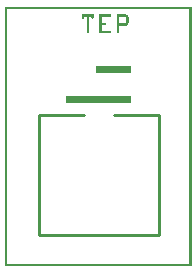
<source format=gto>
G04 MADE WITH FRITZING*
G04 WWW.FRITZING.ORG*
G04 DOUBLE SIDED*
G04 HOLES PLATED*
G04 CONTOUR ON CENTER OF CONTOUR VECTOR*
%ASAXBY*%
%FSLAX23Y23*%
%MOIN*%
%OFA0B0*%
%SFA1.0B1.0*%
%ADD10C,0.010000*%
%ADD11R,0.001000X0.001000*%
%LNSILK1*%
G90*
G70*
G54D10*
X113Y507D02*
X113Y107D01*
D02*
X113Y107D02*
X513Y107D01*
D02*
X513Y107D02*
X513Y507D01*
D02*
X113Y507D02*
X263Y507D01*
D02*
X363Y507D02*
X513Y507D01*
G54D11*
X0Y866D02*
X623Y866D01*
X0Y865D02*
X623Y865D01*
X0Y864D02*
X623Y864D01*
X0Y863D02*
X623Y863D01*
X0Y862D02*
X623Y862D01*
X0Y861D02*
X623Y861D01*
X0Y860D02*
X623Y860D01*
X0Y859D02*
X623Y859D01*
X0Y858D02*
X7Y858D01*
X616Y858D02*
X623Y858D01*
X0Y857D02*
X7Y857D01*
X616Y857D02*
X623Y857D01*
X0Y856D02*
X7Y856D01*
X616Y856D02*
X623Y856D01*
X0Y855D02*
X7Y855D01*
X616Y855D02*
X623Y855D01*
X0Y854D02*
X7Y854D01*
X616Y854D02*
X623Y854D01*
X0Y853D02*
X7Y853D01*
X616Y853D02*
X623Y853D01*
X0Y852D02*
X7Y852D01*
X616Y852D02*
X623Y852D01*
X0Y851D02*
X7Y851D01*
X616Y851D02*
X623Y851D01*
X0Y850D02*
X7Y850D01*
X616Y850D02*
X623Y850D01*
X0Y849D02*
X7Y849D01*
X616Y849D02*
X623Y849D01*
X0Y848D02*
X7Y848D01*
X616Y848D02*
X623Y848D01*
X0Y847D02*
X7Y847D01*
X616Y847D02*
X623Y847D01*
X0Y846D02*
X7Y846D01*
X616Y846D02*
X623Y846D01*
X0Y845D02*
X7Y845D01*
X616Y845D02*
X623Y845D01*
X0Y844D02*
X7Y844D01*
X616Y844D02*
X623Y844D01*
X0Y843D02*
X7Y843D01*
X616Y843D02*
X623Y843D01*
X0Y842D02*
X7Y842D01*
X616Y842D02*
X623Y842D01*
X0Y841D02*
X7Y841D01*
X257Y841D02*
X296Y841D01*
X315Y841D02*
X350Y841D01*
X373Y841D02*
X401Y841D01*
X616Y841D02*
X623Y841D01*
X0Y840D02*
X7Y840D01*
X257Y840D02*
X296Y840D01*
X315Y840D02*
X352Y840D01*
X373Y840D02*
X405Y840D01*
X616Y840D02*
X623Y840D01*
X0Y839D02*
X7Y839D01*
X257Y839D02*
X296Y839D01*
X315Y839D02*
X353Y839D01*
X373Y839D02*
X406Y839D01*
X616Y839D02*
X623Y839D01*
X0Y838D02*
X7Y838D01*
X257Y838D02*
X296Y838D01*
X315Y838D02*
X354Y838D01*
X373Y838D02*
X408Y838D01*
X616Y838D02*
X623Y838D01*
X0Y837D02*
X7Y837D01*
X257Y837D02*
X296Y837D01*
X315Y837D02*
X354Y837D01*
X373Y837D02*
X409Y837D01*
X616Y837D02*
X623Y837D01*
X0Y836D02*
X7Y836D01*
X257Y836D02*
X296Y836D01*
X315Y836D02*
X353Y836D01*
X373Y836D02*
X409Y836D01*
X616Y836D02*
X623Y836D01*
X0Y835D02*
X7Y835D01*
X257Y835D02*
X296Y835D01*
X315Y835D02*
X353Y835D01*
X373Y835D02*
X410Y835D01*
X616Y835D02*
X623Y835D01*
X0Y834D02*
X7Y834D01*
X257Y834D02*
X296Y834D01*
X315Y834D02*
X352Y834D01*
X373Y834D02*
X411Y834D01*
X616Y834D02*
X623Y834D01*
X0Y833D02*
X7Y833D01*
X257Y833D02*
X264Y833D01*
X272Y833D02*
X280Y833D01*
X288Y833D02*
X296Y833D01*
X315Y833D02*
X322Y833D01*
X373Y833D02*
X380Y833D01*
X400Y833D02*
X411Y833D01*
X616Y833D02*
X623Y833D01*
X0Y832D02*
X7Y832D01*
X257Y832D02*
X264Y832D01*
X273Y832D02*
X280Y832D01*
X289Y832D02*
X296Y832D01*
X315Y832D02*
X322Y832D01*
X373Y832D02*
X380Y832D01*
X403Y832D02*
X411Y832D01*
X616Y832D02*
X623Y832D01*
X0Y831D02*
X7Y831D01*
X257Y831D02*
X264Y831D01*
X273Y831D02*
X280Y831D01*
X289Y831D02*
X296Y831D01*
X315Y831D02*
X322Y831D01*
X373Y831D02*
X380Y831D01*
X404Y831D02*
X411Y831D01*
X616Y831D02*
X623Y831D01*
X0Y830D02*
X7Y830D01*
X257Y830D02*
X264Y830D01*
X273Y830D02*
X280Y830D01*
X289Y830D02*
X296Y830D01*
X315Y830D02*
X322Y830D01*
X373Y830D02*
X380Y830D01*
X404Y830D02*
X412Y830D01*
X616Y830D02*
X623Y830D01*
X0Y829D02*
X7Y829D01*
X257Y829D02*
X264Y829D01*
X273Y829D02*
X280Y829D01*
X289Y829D02*
X296Y829D01*
X315Y829D02*
X322Y829D01*
X373Y829D02*
X380Y829D01*
X404Y829D02*
X412Y829D01*
X616Y829D02*
X623Y829D01*
X0Y828D02*
X7Y828D01*
X257Y828D02*
X263Y828D01*
X273Y828D02*
X280Y828D01*
X289Y828D02*
X295Y828D01*
X315Y828D02*
X322Y828D01*
X373Y828D02*
X380Y828D01*
X404Y828D02*
X412Y828D01*
X616Y828D02*
X623Y828D01*
X0Y827D02*
X7Y827D01*
X258Y827D02*
X262Y827D01*
X273Y827D02*
X280Y827D01*
X290Y827D02*
X294Y827D01*
X315Y827D02*
X322Y827D01*
X373Y827D02*
X380Y827D01*
X404Y827D02*
X412Y827D01*
X616Y827D02*
X623Y827D01*
X0Y826D02*
X7Y826D01*
X273Y826D02*
X280Y826D01*
X315Y826D02*
X322Y826D01*
X373Y826D02*
X380Y826D01*
X404Y826D02*
X412Y826D01*
X616Y826D02*
X623Y826D01*
X0Y825D02*
X7Y825D01*
X273Y825D02*
X280Y825D01*
X315Y825D02*
X322Y825D01*
X373Y825D02*
X380Y825D01*
X404Y825D02*
X412Y825D01*
X616Y825D02*
X623Y825D01*
X0Y824D02*
X7Y824D01*
X273Y824D02*
X280Y824D01*
X315Y824D02*
X322Y824D01*
X373Y824D02*
X380Y824D01*
X404Y824D02*
X412Y824D01*
X616Y824D02*
X623Y824D01*
X0Y823D02*
X7Y823D01*
X273Y823D02*
X280Y823D01*
X315Y823D02*
X322Y823D01*
X373Y823D02*
X380Y823D01*
X404Y823D02*
X412Y823D01*
X616Y823D02*
X623Y823D01*
X0Y822D02*
X7Y822D01*
X273Y822D02*
X280Y822D01*
X315Y822D02*
X322Y822D01*
X373Y822D02*
X380Y822D01*
X404Y822D02*
X412Y822D01*
X616Y822D02*
X623Y822D01*
X0Y821D02*
X7Y821D01*
X273Y821D02*
X280Y821D01*
X315Y821D02*
X322Y821D01*
X373Y821D02*
X380Y821D01*
X404Y821D02*
X412Y821D01*
X616Y821D02*
X623Y821D01*
X0Y820D02*
X7Y820D01*
X273Y820D02*
X280Y820D01*
X315Y820D02*
X322Y820D01*
X373Y820D02*
X380Y820D01*
X404Y820D02*
X412Y820D01*
X616Y820D02*
X623Y820D01*
X0Y819D02*
X7Y819D01*
X273Y819D02*
X280Y819D01*
X315Y819D02*
X322Y819D01*
X373Y819D02*
X380Y819D01*
X404Y819D02*
X412Y819D01*
X616Y819D02*
X623Y819D01*
X0Y818D02*
X7Y818D01*
X273Y818D02*
X280Y818D01*
X315Y818D02*
X322Y818D01*
X373Y818D02*
X380Y818D01*
X404Y818D02*
X412Y818D01*
X616Y818D02*
X623Y818D01*
X0Y817D02*
X7Y817D01*
X273Y817D02*
X280Y817D01*
X315Y817D02*
X322Y817D01*
X373Y817D02*
X380Y817D01*
X404Y817D02*
X412Y817D01*
X616Y817D02*
X623Y817D01*
X0Y816D02*
X7Y816D01*
X273Y816D02*
X280Y816D01*
X315Y816D02*
X322Y816D01*
X373Y816D02*
X380Y816D01*
X404Y816D02*
X412Y816D01*
X616Y816D02*
X623Y816D01*
X0Y815D02*
X7Y815D01*
X273Y815D02*
X280Y815D01*
X315Y815D02*
X322Y815D01*
X373Y815D02*
X380Y815D01*
X404Y815D02*
X412Y815D01*
X616Y815D02*
X623Y815D01*
X0Y814D02*
X7Y814D01*
X273Y814D02*
X280Y814D01*
X315Y814D02*
X322Y814D01*
X373Y814D02*
X380Y814D01*
X404Y814D02*
X412Y814D01*
X616Y814D02*
X623Y814D01*
X0Y813D02*
X7Y813D01*
X273Y813D02*
X280Y813D01*
X315Y813D02*
X336Y813D01*
X373Y813D02*
X380Y813D01*
X404Y813D02*
X411Y813D01*
X616Y813D02*
X623Y813D01*
X0Y812D02*
X7Y812D01*
X273Y812D02*
X280Y812D01*
X315Y812D02*
X337Y812D01*
X373Y812D02*
X380Y812D01*
X404Y812D02*
X411Y812D01*
X616Y812D02*
X623Y812D01*
X0Y811D02*
X7Y811D01*
X273Y811D02*
X280Y811D01*
X315Y811D02*
X337Y811D01*
X373Y811D02*
X380Y811D01*
X402Y811D02*
X411Y811D01*
X616Y811D02*
X623Y811D01*
X0Y810D02*
X7Y810D01*
X273Y810D02*
X280Y810D01*
X315Y810D02*
X338Y810D01*
X373Y810D02*
X411Y810D01*
X616Y810D02*
X623Y810D01*
X0Y809D02*
X7Y809D01*
X273Y809D02*
X280Y809D01*
X315Y809D02*
X338Y809D01*
X373Y809D02*
X410Y809D01*
X616Y809D02*
X623Y809D01*
X0Y808D02*
X7Y808D01*
X273Y808D02*
X280Y808D01*
X315Y808D02*
X337Y808D01*
X373Y808D02*
X410Y808D01*
X616Y808D02*
X623Y808D01*
X0Y807D02*
X7Y807D01*
X273Y807D02*
X280Y807D01*
X315Y807D02*
X337Y807D01*
X373Y807D02*
X409Y807D01*
X616Y807D02*
X623Y807D01*
X0Y806D02*
X7Y806D01*
X273Y806D02*
X280Y806D01*
X315Y806D02*
X335Y806D01*
X373Y806D02*
X408Y806D01*
X616Y806D02*
X623Y806D01*
X0Y805D02*
X7Y805D01*
X273Y805D02*
X280Y805D01*
X315Y805D02*
X322Y805D01*
X373Y805D02*
X407Y805D01*
X616Y805D02*
X623Y805D01*
X0Y804D02*
X7Y804D01*
X273Y804D02*
X280Y804D01*
X315Y804D02*
X322Y804D01*
X373Y804D02*
X406Y804D01*
X616Y804D02*
X623Y804D01*
X0Y803D02*
X7Y803D01*
X273Y803D02*
X280Y803D01*
X315Y803D02*
X322Y803D01*
X373Y803D02*
X403Y803D01*
X616Y803D02*
X623Y803D01*
X0Y802D02*
X7Y802D01*
X273Y802D02*
X280Y802D01*
X315Y802D02*
X322Y802D01*
X373Y802D02*
X380Y802D01*
X616Y802D02*
X623Y802D01*
X0Y801D02*
X7Y801D01*
X273Y801D02*
X280Y801D01*
X315Y801D02*
X322Y801D01*
X373Y801D02*
X380Y801D01*
X616Y801D02*
X623Y801D01*
X0Y800D02*
X7Y800D01*
X273Y800D02*
X280Y800D01*
X315Y800D02*
X322Y800D01*
X373Y800D02*
X380Y800D01*
X616Y800D02*
X623Y800D01*
X0Y799D02*
X7Y799D01*
X273Y799D02*
X280Y799D01*
X315Y799D02*
X322Y799D01*
X373Y799D02*
X380Y799D01*
X616Y799D02*
X623Y799D01*
X0Y798D02*
X7Y798D01*
X273Y798D02*
X280Y798D01*
X315Y798D02*
X322Y798D01*
X373Y798D02*
X380Y798D01*
X616Y798D02*
X623Y798D01*
X0Y797D02*
X7Y797D01*
X273Y797D02*
X280Y797D01*
X315Y797D02*
X322Y797D01*
X373Y797D02*
X380Y797D01*
X616Y797D02*
X623Y797D01*
X0Y796D02*
X7Y796D01*
X273Y796D02*
X280Y796D01*
X315Y796D02*
X322Y796D01*
X373Y796D02*
X380Y796D01*
X616Y796D02*
X623Y796D01*
X0Y795D02*
X7Y795D01*
X273Y795D02*
X280Y795D01*
X315Y795D02*
X322Y795D01*
X373Y795D02*
X380Y795D01*
X616Y795D02*
X623Y795D01*
X0Y794D02*
X7Y794D01*
X273Y794D02*
X280Y794D01*
X315Y794D02*
X322Y794D01*
X373Y794D02*
X380Y794D01*
X616Y794D02*
X623Y794D01*
X0Y793D02*
X7Y793D01*
X273Y793D02*
X280Y793D01*
X315Y793D02*
X322Y793D01*
X373Y793D02*
X380Y793D01*
X616Y793D02*
X623Y793D01*
X0Y792D02*
X7Y792D01*
X273Y792D02*
X280Y792D01*
X315Y792D02*
X322Y792D01*
X373Y792D02*
X380Y792D01*
X616Y792D02*
X623Y792D01*
X0Y791D02*
X7Y791D01*
X273Y791D02*
X280Y791D01*
X315Y791D02*
X322Y791D01*
X373Y791D02*
X380Y791D01*
X616Y791D02*
X623Y791D01*
X0Y790D02*
X7Y790D01*
X273Y790D02*
X280Y790D01*
X315Y790D02*
X322Y790D01*
X373Y790D02*
X380Y790D01*
X616Y790D02*
X623Y790D01*
X0Y789D02*
X7Y789D01*
X273Y789D02*
X280Y789D01*
X315Y789D02*
X322Y789D01*
X373Y789D02*
X380Y789D01*
X616Y789D02*
X623Y789D01*
X0Y788D02*
X7Y788D01*
X273Y788D02*
X280Y788D01*
X315Y788D02*
X322Y788D01*
X373Y788D02*
X380Y788D01*
X616Y788D02*
X623Y788D01*
X0Y787D02*
X7Y787D01*
X273Y787D02*
X280Y787D01*
X315Y787D02*
X322Y787D01*
X373Y787D02*
X380Y787D01*
X616Y787D02*
X623Y787D01*
X0Y786D02*
X7Y786D01*
X273Y786D02*
X280Y786D01*
X315Y786D02*
X351Y786D01*
X373Y786D02*
X380Y786D01*
X616Y786D02*
X623Y786D01*
X0Y785D02*
X7Y785D01*
X273Y785D02*
X280Y785D01*
X315Y785D02*
X353Y785D01*
X373Y785D02*
X380Y785D01*
X616Y785D02*
X623Y785D01*
X0Y784D02*
X7Y784D01*
X273Y784D02*
X280Y784D01*
X315Y784D02*
X353Y784D01*
X373Y784D02*
X380Y784D01*
X616Y784D02*
X623Y784D01*
X0Y783D02*
X7Y783D01*
X273Y783D02*
X280Y783D01*
X315Y783D02*
X354Y783D01*
X373Y783D02*
X380Y783D01*
X616Y783D02*
X623Y783D01*
X0Y782D02*
X7Y782D01*
X273Y782D02*
X280Y782D01*
X315Y782D02*
X354Y782D01*
X373Y782D02*
X380Y782D01*
X616Y782D02*
X623Y782D01*
X0Y781D02*
X7Y781D01*
X273Y781D02*
X279Y781D01*
X315Y781D02*
X353Y781D01*
X373Y781D02*
X379Y781D01*
X616Y781D02*
X623Y781D01*
X0Y780D02*
X7Y780D01*
X274Y780D02*
X279Y780D01*
X315Y780D02*
X353Y780D01*
X373Y780D02*
X379Y780D01*
X616Y780D02*
X623Y780D01*
X0Y779D02*
X7Y779D01*
X275Y779D02*
X278Y779D01*
X315Y779D02*
X352Y779D01*
X375Y779D02*
X378Y779D01*
X616Y779D02*
X623Y779D01*
X0Y778D02*
X7Y778D01*
X616Y778D02*
X623Y778D01*
X0Y777D02*
X7Y777D01*
X616Y777D02*
X623Y777D01*
X0Y776D02*
X7Y776D01*
X616Y776D02*
X623Y776D01*
X0Y775D02*
X7Y775D01*
X616Y775D02*
X623Y775D01*
X0Y774D02*
X7Y774D01*
X616Y774D02*
X623Y774D01*
X0Y773D02*
X7Y773D01*
X616Y773D02*
X623Y773D01*
X0Y772D02*
X7Y772D01*
X616Y772D02*
X623Y772D01*
X0Y771D02*
X7Y771D01*
X616Y771D02*
X623Y771D01*
X0Y770D02*
X7Y770D01*
X616Y770D02*
X623Y770D01*
X0Y769D02*
X7Y769D01*
X616Y769D02*
X623Y769D01*
X0Y768D02*
X7Y768D01*
X616Y768D02*
X623Y768D01*
X0Y767D02*
X7Y767D01*
X616Y767D02*
X623Y767D01*
X0Y766D02*
X7Y766D01*
X616Y766D02*
X623Y766D01*
X0Y765D02*
X7Y765D01*
X616Y765D02*
X623Y765D01*
X0Y764D02*
X7Y764D01*
X616Y764D02*
X623Y764D01*
X0Y763D02*
X7Y763D01*
X616Y763D02*
X623Y763D01*
X0Y762D02*
X7Y762D01*
X616Y762D02*
X623Y762D01*
X0Y761D02*
X7Y761D01*
X616Y761D02*
X623Y761D01*
X0Y760D02*
X7Y760D01*
X616Y760D02*
X623Y760D01*
X0Y759D02*
X7Y759D01*
X616Y759D02*
X623Y759D01*
X0Y758D02*
X7Y758D01*
X616Y758D02*
X623Y758D01*
X0Y757D02*
X7Y757D01*
X616Y757D02*
X623Y757D01*
X0Y756D02*
X7Y756D01*
X616Y756D02*
X623Y756D01*
X0Y755D02*
X7Y755D01*
X616Y755D02*
X623Y755D01*
X0Y754D02*
X7Y754D01*
X616Y754D02*
X623Y754D01*
X0Y753D02*
X7Y753D01*
X616Y753D02*
X623Y753D01*
X0Y752D02*
X7Y752D01*
X616Y752D02*
X623Y752D01*
X0Y751D02*
X7Y751D01*
X616Y751D02*
X623Y751D01*
X0Y750D02*
X7Y750D01*
X616Y750D02*
X623Y750D01*
X0Y749D02*
X7Y749D01*
X616Y749D02*
X623Y749D01*
X0Y748D02*
X7Y748D01*
X616Y748D02*
X623Y748D01*
X0Y747D02*
X7Y747D01*
X616Y747D02*
X623Y747D01*
X0Y746D02*
X7Y746D01*
X616Y746D02*
X623Y746D01*
X0Y745D02*
X7Y745D01*
X616Y745D02*
X623Y745D01*
X0Y744D02*
X7Y744D01*
X616Y744D02*
X623Y744D01*
X0Y743D02*
X7Y743D01*
X616Y743D02*
X623Y743D01*
X0Y742D02*
X7Y742D01*
X616Y742D02*
X623Y742D01*
X0Y741D02*
X7Y741D01*
X616Y741D02*
X623Y741D01*
X0Y740D02*
X7Y740D01*
X616Y740D02*
X623Y740D01*
X0Y739D02*
X7Y739D01*
X616Y739D02*
X623Y739D01*
X0Y738D02*
X7Y738D01*
X616Y738D02*
X623Y738D01*
X0Y737D02*
X7Y737D01*
X616Y737D02*
X623Y737D01*
X0Y736D02*
X7Y736D01*
X616Y736D02*
X623Y736D01*
X0Y735D02*
X7Y735D01*
X616Y735D02*
X623Y735D01*
X0Y734D02*
X7Y734D01*
X616Y734D02*
X623Y734D01*
X0Y733D02*
X7Y733D01*
X616Y733D02*
X623Y733D01*
X0Y732D02*
X7Y732D01*
X616Y732D02*
X623Y732D01*
X0Y731D02*
X7Y731D01*
X616Y731D02*
X623Y731D01*
X0Y730D02*
X7Y730D01*
X616Y730D02*
X623Y730D01*
X0Y729D02*
X7Y729D01*
X616Y729D02*
X623Y729D01*
X0Y728D02*
X7Y728D01*
X616Y728D02*
X623Y728D01*
X0Y727D02*
X7Y727D01*
X616Y727D02*
X623Y727D01*
X0Y726D02*
X7Y726D01*
X616Y726D02*
X623Y726D01*
X0Y725D02*
X7Y725D01*
X616Y725D02*
X623Y725D01*
X0Y724D02*
X7Y724D01*
X616Y724D02*
X623Y724D01*
X0Y723D02*
X7Y723D01*
X616Y723D02*
X623Y723D01*
X0Y722D02*
X7Y722D01*
X616Y722D02*
X623Y722D01*
X0Y721D02*
X7Y721D01*
X616Y721D02*
X623Y721D01*
X0Y720D02*
X7Y720D01*
X616Y720D02*
X623Y720D01*
X0Y719D02*
X7Y719D01*
X616Y719D02*
X623Y719D01*
X0Y718D02*
X7Y718D01*
X616Y718D02*
X623Y718D01*
X0Y717D02*
X7Y717D01*
X616Y717D02*
X623Y717D01*
X0Y716D02*
X7Y716D01*
X616Y716D02*
X623Y716D01*
X0Y715D02*
X7Y715D01*
X616Y715D02*
X623Y715D01*
X0Y714D02*
X7Y714D01*
X616Y714D02*
X623Y714D01*
X0Y713D02*
X7Y713D01*
X616Y713D02*
X623Y713D01*
X0Y712D02*
X7Y712D01*
X616Y712D02*
X623Y712D01*
X0Y711D02*
X7Y711D01*
X616Y711D02*
X623Y711D01*
X0Y710D02*
X7Y710D01*
X616Y710D02*
X623Y710D01*
X0Y709D02*
X7Y709D01*
X616Y709D02*
X623Y709D01*
X0Y708D02*
X7Y708D01*
X616Y708D02*
X623Y708D01*
X0Y707D02*
X7Y707D01*
X616Y707D02*
X623Y707D01*
X0Y706D02*
X7Y706D01*
X616Y706D02*
X623Y706D01*
X0Y705D02*
X7Y705D01*
X616Y705D02*
X623Y705D01*
X0Y704D02*
X7Y704D01*
X616Y704D02*
X623Y704D01*
X0Y703D02*
X7Y703D01*
X616Y703D02*
X623Y703D01*
X0Y702D02*
X7Y702D01*
X616Y702D02*
X623Y702D01*
X0Y701D02*
X7Y701D01*
X616Y701D02*
X623Y701D01*
X0Y700D02*
X7Y700D01*
X616Y700D02*
X623Y700D01*
X0Y699D02*
X7Y699D01*
X616Y699D02*
X623Y699D01*
X0Y698D02*
X7Y698D01*
X616Y698D02*
X623Y698D01*
X0Y697D02*
X7Y697D01*
X616Y697D02*
X623Y697D01*
X0Y696D02*
X7Y696D01*
X616Y696D02*
X623Y696D01*
X0Y695D02*
X7Y695D01*
X616Y695D02*
X623Y695D01*
X0Y694D02*
X7Y694D01*
X616Y694D02*
X623Y694D01*
X0Y693D02*
X7Y693D01*
X616Y693D02*
X623Y693D01*
X0Y692D02*
X7Y692D01*
X616Y692D02*
X623Y692D01*
X0Y691D02*
X7Y691D01*
X616Y691D02*
X623Y691D01*
X0Y690D02*
X7Y690D01*
X616Y690D02*
X623Y690D01*
X0Y689D02*
X7Y689D01*
X616Y689D02*
X623Y689D01*
X0Y688D02*
X7Y688D01*
X616Y688D02*
X623Y688D01*
X0Y687D02*
X7Y687D01*
X616Y687D02*
X623Y687D01*
X0Y686D02*
X7Y686D01*
X616Y686D02*
X623Y686D01*
X0Y685D02*
X7Y685D01*
X616Y685D02*
X623Y685D01*
X0Y684D02*
X7Y684D01*
X616Y684D02*
X623Y684D01*
X0Y683D02*
X7Y683D01*
X616Y683D02*
X623Y683D01*
X0Y682D02*
X7Y682D01*
X616Y682D02*
X623Y682D01*
X0Y681D02*
X7Y681D01*
X616Y681D02*
X623Y681D01*
X0Y680D02*
X7Y680D01*
X616Y680D02*
X623Y680D01*
X0Y679D02*
X7Y679D01*
X616Y679D02*
X623Y679D01*
X0Y678D02*
X7Y678D01*
X616Y678D02*
X623Y678D01*
X0Y677D02*
X7Y677D01*
X616Y677D02*
X623Y677D01*
X0Y676D02*
X7Y676D01*
X616Y676D02*
X623Y676D01*
X0Y675D02*
X7Y675D01*
X616Y675D02*
X623Y675D01*
X0Y674D02*
X7Y674D01*
X616Y674D02*
X623Y674D01*
X0Y673D02*
X7Y673D01*
X616Y673D02*
X623Y673D01*
X0Y672D02*
X7Y672D01*
X616Y672D02*
X623Y672D01*
X0Y671D02*
X7Y671D01*
X616Y671D02*
X623Y671D01*
X0Y670D02*
X7Y670D01*
X616Y670D02*
X623Y670D01*
X0Y669D02*
X7Y669D01*
X616Y669D02*
X623Y669D01*
X0Y668D02*
X7Y668D01*
X616Y668D02*
X623Y668D01*
X0Y667D02*
X7Y667D01*
X304Y667D02*
X420Y667D01*
X616Y667D02*
X623Y667D01*
X0Y666D02*
X7Y666D01*
X304Y666D02*
X420Y666D01*
X616Y666D02*
X623Y666D01*
X0Y665D02*
X7Y665D01*
X304Y665D02*
X420Y665D01*
X616Y665D02*
X623Y665D01*
X0Y664D02*
X7Y664D01*
X304Y664D02*
X420Y664D01*
X616Y664D02*
X623Y664D01*
X0Y663D02*
X7Y663D01*
X305Y663D02*
X419Y663D01*
X616Y663D02*
X623Y663D01*
X0Y662D02*
X7Y662D01*
X305Y662D02*
X419Y662D01*
X616Y662D02*
X623Y662D01*
X0Y661D02*
X7Y661D01*
X305Y661D02*
X419Y661D01*
X616Y661D02*
X623Y661D01*
X0Y660D02*
X7Y660D01*
X305Y660D02*
X419Y660D01*
X616Y660D02*
X623Y660D01*
X0Y659D02*
X7Y659D01*
X305Y659D02*
X419Y659D01*
X616Y659D02*
X623Y659D01*
X0Y658D02*
X7Y658D01*
X305Y658D02*
X419Y658D01*
X616Y658D02*
X623Y658D01*
X0Y657D02*
X7Y657D01*
X305Y657D02*
X419Y657D01*
X616Y657D02*
X623Y657D01*
X0Y656D02*
X7Y656D01*
X305Y656D02*
X419Y656D01*
X616Y656D02*
X623Y656D01*
X0Y655D02*
X7Y655D01*
X305Y655D02*
X419Y655D01*
X616Y655D02*
X623Y655D01*
X0Y654D02*
X7Y654D01*
X305Y654D02*
X419Y654D01*
X616Y654D02*
X623Y654D01*
X0Y653D02*
X7Y653D01*
X305Y653D02*
X419Y653D01*
X616Y653D02*
X623Y653D01*
X0Y652D02*
X7Y652D01*
X305Y652D02*
X419Y652D01*
X616Y652D02*
X623Y652D01*
X0Y651D02*
X7Y651D01*
X305Y651D02*
X419Y651D01*
X616Y651D02*
X623Y651D01*
X0Y650D02*
X7Y650D01*
X304Y650D02*
X420Y650D01*
X616Y650D02*
X623Y650D01*
X0Y649D02*
X7Y649D01*
X304Y649D02*
X420Y649D01*
X616Y649D02*
X623Y649D01*
X0Y648D02*
X7Y648D01*
X304Y648D02*
X420Y648D01*
X616Y648D02*
X623Y648D01*
X0Y647D02*
X7Y647D01*
X304Y647D02*
X420Y647D01*
X616Y647D02*
X623Y647D01*
X0Y646D02*
X7Y646D01*
X616Y646D02*
X623Y646D01*
X0Y645D02*
X7Y645D01*
X616Y645D02*
X623Y645D01*
X0Y644D02*
X7Y644D01*
X616Y644D02*
X623Y644D01*
X0Y643D02*
X7Y643D01*
X616Y643D02*
X623Y643D01*
X0Y642D02*
X7Y642D01*
X616Y642D02*
X623Y642D01*
X0Y641D02*
X7Y641D01*
X616Y641D02*
X623Y641D01*
X0Y640D02*
X7Y640D01*
X616Y640D02*
X623Y640D01*
X0Y639D02*
X7Y639D01*
X616Y639D02*
X623Y639D01*
X0Y638D02*
X7Y638D01*
X616Y638D02*
X623Y638D01*
X0Y637D02*
X7Y637D01*
X616Y637D02*
X623Y637D01*
X0Y636D02*
X7Y636D01*
X616Y636D02*
X623Y636D01*
X0Y635D02*
X7Y635D01*
X616Y635D02*
X623Y635D01*
X0Y634D02*
X7Y634D01*
X616Y634D02*
X623Y634D01*
X0Y633D02*
X7Y633D01*
X616Y633D02*
X623Y633D01*
X0Y632D02*
X7Y632D01*
X616Y632D02*
X623Y632D01*
X0Y631D02*
X7Y631D01*
X616Y631D02*
X623Y631D01*
X0Y630D02*
X7Y630D01*
X616Y630D02*
X623Y630D01*
X0Y629D02*
X7Y629D01*
X616Y629D02*
X623Y629D01*
X0Y628D02*
X7Y628D01*
X616Y628D02*
X623Y628D01*
X0Y627D02*
X7Y627D01*
X616Y627D02*
X623Y627D01*
X0Y626D02*
X7Y626D01*
X616Y626D02*
X623Y626D01*
X0Y625D02*
X7Y625D01*
X616Y625D02*
X623Y625D01*
X0Y624D02*
X7Y624D01*
X616Y624D02*
X623Y624D01*
X0Y623D02*
X7Y623D01*
X616Y623D02*
X623Y623D01*
X0Y622D02*
X7Y622D01*
X616Y622D02*
X623Y622D01*
X0Y621D02*
X7Y621D01*
X616Y621D02*
X623Y621D01*
X0Y620D02*
X7Y620D01*
X616Y620D02*
X623Y620D01*
X0Y619D02*
X7Y619D01*
X616Y619D02*
X623Y619D01*
X0Y618D02*
X7Y618D01*
X616Y618D02*
X623Y618D01*
X0Y617D02*
X7Y617D01*
X616Y617D02*
X623Y617D01*
X0Y616D02*
X7Y616D01*
X616Y616D02*
X623Y616D01*
X0Y615D02*
X7Y615D01*
X616Y615D02*
X623Y615D01*
X0Y614D02*
X7Y614D01*
X616Y614D02*
X623Y614D01*
X0Y613D02*
X7Y613D01*
X616Y613D02*
X623Y613D01*
X0Y612D02*
X7Y612D01*
X616Y612D02*
X623Y612D01*
X0Y611D02*
X7Y611D01*
X616Y611D02*
X623Y611D01*
X0Y610D02*
X7Y610D01*
X616Y610D02*
X623Y610D01*
X0Y609D02*
X7Y609D01*
X616Y609D02*
X623Y609D01*
X0Y608D02*
X7Y608D01*
X616Y608D02*
X623Y608D01*
X0Y607D02*
X7Y607D01*
X616Y607D02*
X623Y607D01*
X0Y606D02*
X7Y606D01*
X616Y606D02*
X623Y606D01*
X0Y605D02*
X7Y605D01*
X616Y605D02*
X623Y605D01*
X0Y604D02*
X7Y604D01*
X616Y604D02*
X623Y604D01*
X0Y603D02*
X7Y603D01*
X616Y603D02*
X623Y603D01*
X0Y602D02*
X7Y602D01*
X616Y602D02*
X623Y602D01*
X0Y601D02*
X7Y601D01*
X616Y601D02*
X623Y601D01*
X0Y600D02*
X7Y600D01*
X616Y600D02*
X623Y600D01*
X0Y599D02*
X7Y599D01*
X616Y599D02*
X623Y599D01*
X0Y598D02*
X7Y598D01*
X616Y598D02*
X623Y598D01*
X0Y597D02*
X7Y597D01*
X616Y597D02*
X623Y597D01*
X0Y596D02*
X7Y596D01*
X616Y596D02*
X623Y596D01*
X0Y595D02*
X7Y595D01*
X616Y595D02*
X623Y595D01*
X0Y594D02*
X7Y594D01*
X616Y594D02*
X623Y594D01*
X0Y593D02*
X7Y593D01*
X616Y593D02*
X623Y593D01*
X0Y592D02*
X7Y592D01*
X616Y592D02*
X623Y592D01*
X0Y591D02*
X7Y591D01*
X616Y591D02*
X623Y591D01*
X0Y590D02*
X7Y590D01*
X616Y590D02*
X623Y590D01*
X0Y589D02*
X7Y589D01*
X616Y589D02*
X623Y589D01*
X0Y588D02*
X7Y588D01*
X616Y588D02*
X623Y588D01*
X0Y587D02*
X7Y587D01*
X616Y587D02*
X623Y587D01*
X0Y586D02*
X7Y586D01*
X616Y586D02*
X623Y586D01*
X0Y585D02*
X7Y585D01*
X616Y585D02*
X623Y585D01*
X0Y584D02*
X7Y584D01*
X616Y584D02*
X623Y584D01*
X0Y583D02*
X7Y583D01*
X616Y583D02*
X623Y583D01*
X0Y582D02*
X7Y582D01*
X616Y582D02*
X623Y582D01*
X0Y581D02*
X7Y581D01*
X616Y581D02*
X623Y581D01*
X0Y580D02*
X7Y580D01*
X616Y580D02*
X623Y580D01*
X0Y579D02*
X7Y579D01*
X616Y579D02*
X623Y579D01*
X0Y578D02*
X7Y578D01*
X616Y578D02*
X623Y578D01*
X0Y577D02*
X7Y577D01*
X616Y577D02*
X623Y577D01*
X0Y576D02*
X7Y576D01*
X616Y576D02*
X623Y576D01*
X0Y575D02*
X7Y575D01*
X616Y575D02*
X623Y575D01*
X0Y574D02*
X7Y574D01*
X616Y574D02*
X623Y574D01*
X0Y573D02*
X7Y573D01*
X616Y573D02*
X623Y573D01*
X0Y572D02*
X7Y572D01*
X616Y572D02*
X623Y572D01*
X0Y571D02*
X7Y571D01*
X616Y571D02*
X623Y571D01*
X0Y570D02*
X7Y570D01*
X616Y570D02*
X623Y570D01*
X0Y569D02*
X7Y569D01*
X616Y569D02*
X623Y569D01*
X0Y568D02*
X7Y568D01*
X616Y568D02*
X623Y568D01*
X0Y567D02*
X7Y567D01*
X204Y567D02*
X420Y567D01*
X616Y567D02*
X623Y567D01*
X0Y566D02*
X7Y566D01*
X204Y566D02*
X420Y566D01*
X616Y566D02*
X623Y566D01*
X0Y565D02*
X7Y565D01*
X204Y565D02*
X420Y565D01*
X616Y565D02*
X623Y565D01*
X0Y564D02*
X7Y564D01*
X205Y564D02*
X420Y564D01*
X616Y564D02*
X623Y564D01*
X0Y563D02*
X7Y563D01*
X205Y563D02*
X419Y563D01*
X616Y563D02*
X623Y563D01*
X0Y562D02*
X7Y562D01*
X205Y562D02*
X419Y562D01*
X616Y562D02*
X623Y562D01*
X0Y561D02*
X7Y561D01*
X205Y561D02*
X419Y561D01*
X616Y561D02*
X623Y561D01*
X0Y560D02*
X7Y560D01*
X205Y560D02*
X419Y560D01*
X616Y560D02*
X623Y560D01*
X0Y559D02*
X7Y559D01*
X205Y559D02*
X419Y559D01*
X616Y559D02*
X623Y559D01*
X0Y558D02*
X7Y558D01*
X205Y558D02*
X419Y558D01*
X616Y558D02*
X623Y558D01*
X0Y557D02*
X7Y557D01*
X205Y557D02*
X419Y557D01*
X616Y557D02*
X623Y557D01*
X0Y556D02*
X7Y556D01*
X205Y556D02*
X419Y556D01*
X616Y556D02*
X623Y556D01*
X0Y555D02*
X7Y555D01*
X205Y555D02*
X419Y555D01*
X616Y555D02*
X623Y555D01*
X0Y554D02*
X7Y554D01*
X205Y554D02*
X419Y554D01*
X616Y554D02*
X623Y554D01*
X0Y553D02*
X7Y553D01*
X205Y553D02*
X419Y553D01*
X616Y553D02*
X623Y553D01*
X0Y552D02*
X7Y552D01*
X205Y552D02*
X419Y552D01*
X616Y552D02*
X623Y552D01*
X0Y551D02*
X7Y551D01*
X205Y551D02*
X419Y551D01*
X616Y551D02*
X623Y551D01*
X0Y550D02*
X7Y550D01*
X205Y550D02*
X420Y550D01*
X616Y550D02*
X623Y550D01*
X0Y549D02*
X7Y549D01*
X204Y549D02*
X420Y549D01*
X616Y549D02*
X623Y549D01*
X0Y548D02*
X7Y548D01*
X204Y548D02*
X420Y548D01*
X616Y548D02*
X623Y548D01*
X0Y547D02*
X7Y547D01*
X204Y547D02*
X420Y547D01*
X616Y547D02*
X623Y547D01*
X0Y546D02*
X7Y546D01*
X616Y546D02*
X623Y546D01*
X0Y545D02*
X7Y545D01*
X616Y545D02*
X623Y545D01*
X0Y544D02*
X7Y544D01*
X616Y544D02*
X623Y544D01*
X0Y543D02*
X7Y543D01*
X616Y543D02*
X623Y543D01*
X0Y542D02*
X7Y542D01*
X616Y542D02*
X623Y542D01*
X0Y541D02*
X7Y541D01*
X616Y541D02*
X623Y541D01*
X0Y540D02*
X7Y540D01*
X616Y540D02*
X623Y540D01*
X0Y539D02*
X7Y539D01*
X616Y539D02*
X623Y539D01*
X0Y538D02*
X7Y538D01*
X616Y538D02*
X623Y538D01*
X0Y537D02*
X7Y537D01*
X616Y537D02*
X623Y537D01*
X0Y536D02*
X7Y536D01*
X616Y536D02*
X623Y536D01*
X0Y535D02*
X7Y535D01*
X616Y535D02*
X623Y535D01*
X0Y534D02*
X7Y534D01*
X616Y534D02*
X623Y534D01*
X0Y533D02*
X7Y533D01*
X616Y533D02*
X623Y533D01*
X0Y532D02*
X7Y532D01*
X616Y532D02*
X623Y532D01*
X0Y531D02*
X7Y531D01*
X616Y531D02*
X623Y531D01*
X0Y530D02*
X7Y530D01*
X616Y530D02*
X623Y530D01*
X0Y529D02*
X7Y529D01*
X616Y529D02*
X623Y529D01*
X0Y528D02*
X7Y528D01*
X616Y528D02*
X623Y528D01*
X0Y527D02*
X7Y527D01*
X616Y527D02*
X623Y527D01*
X0Y526D02*
X7Y526D01*
X616Y526D02*
X623Y526D01*
X0Y525D02*
X7Y525D01*
X616Y525D02*
X623Y525D01*
X0Y524D02*
X7Y524D01*
X616Y524D02*
X623Y524D01*
X0Y523D02*
X7Y523D01*
X616Y523D02*
X623Y523D01*
X0Y522D02*
X7Y522D01*
X616Y522D02*
X623Y522D01*
X0Y521D02*
X7Y521D01*
X616Y521D02*
X623Y521D01*
X0Y520D02*
X7Y520D01*
X616Y520D02*
X623Y520D01*
X0Y519D02*
X7Y519D01*
X616Y519D02*
X623Y519D01*
X0Y518D02*
X7Y518D01*
X616Y518D02*
X623Y518D01*
X0Y517D02*
X7Y517D01*
X616Y517D02*
X623Y517D01*
X0Y516D02*
X7Y516D01*
X616Y516D02*
X623Y516D01*
X0Y515D02*
X7Y515D01*
X616Y515D02*
X623Y515D01*
X0Y514D02*
X7Y514D01*
X616Y514D02*
X623Y514D01*
X0Y513D02*
X7Y513D01*
X616Y513D02*
X623Y513D01*
X0Y512D02*
X7Y512D01*
X616Y512D02*
X623Y512D01*
X0Y511D02*
X7Y511D01*
X616Y511D02*
X623Y511D01*
X0Y510D02*
X7Y510D01*
X616Y510D02*
X623Y510D01*
X0Y509D02*
X7Y509D01*
X616Y509D02*
X623Y509D01*
X0Y508D02*
X7Y508D01*
X616Y508D02*
X623Y508D01*
X0Y507D02*
X7Y507D01*
X616Y507D02*
X623Y507D01*
X0Y506D02*
X7Y506D01*
X616Y506D02*
X623Y506D01*
X0Y505D02*
X7Y505D01*
X616Y505D02*
X623Y505D01*
X0Y504D02*
X7Y504D01*
X616Y504D02*
X623Y504D01*
X0Y503D02*
X7Y503D01*
X616Y503D02*
X623Y503D01*
X0Y502D02*
X7Y502D01*
X616Y502D02*
X623Y502D01*
X0Y501D02*
X7Y501D01*
X616Y501D02*
X623Y501D01*
X0Y500D02*
X7Y500D01*
X616Y500D02*
X623Y500D01*
X0Y499D02*
X7Y499D01*
X616Y499D02*
X623Y499D01*
X0Y498D02*
X7Y498D01*
X616Y498D02*
X623Y498D01*
X0Y497D02*
X7Y497D01*
X616Y497D02*
X623Y497D01*
X0Y496D02*
X7Y496D01*
X616Y496D02*
X623Y496D01*
X0Y495D02*
X7Y495D01*
X616Y495D02*
X623Y495D01*
X0Y494D02*
X7Y494D01*
X616Y494D02*
X623Y494D01*
X0Y493D02*
X7Y493D01*
X616Y493D02*
X623Y493D01*
X0Y492D02*
X7Y492D01*
X616Y492D02*
X623Y492D01*
X0Y491D02*
X7Y491D01*
X616Y491D02*
X623Y491D01*
X0Y490D02*
X7Y490D01*
X616Y490D02*
X623Y490D01*
X0Y489D02*
X7Y489D01*
X616Y489D02*
X623Y489D01*
X0Y488D02*
X7Y488D01*
X616Y488D02*
X623Y488D01*
X0Y487D02*
X7Y487D01*
X616Y487D02*
X623Y487D01*
X0Y486D02*
X7Y486D01*
X616Y486D02*
X623Y486D01*
X0Y485D02*
X7Y485D01*
X616Y485D02*
X623Y485D01*
X0Y484D02*
X7Y484D01*
X616Y484D02*
X623Y484D01*
X0Y483D02*
X7Y483D01*
X616Y483D02*
X623Y483D01*
X0Y482D02*
X7Y482D01*
X616Y482D02*
X623Y482D01*
X0Y481D02*
X7Y481D01*
X616Y481D02*
X623Y481D01*
X0Y480D02*
X7Y480D01*
X616Y480D02*
X623Y480D01*
X0Y479D02*
X7Y479D01*
X616Y479D02*
X623Y479D01*
X0Y478D02*
X7Y478D01*
X616Y478D02*
X623Y478D01*
X0Y477D02*
X7Y477D01*
X616Y477D02*
X623Y477D01*
X0Y476D02*
X7Y476D01*
X616Y476D02*
X623Y476D01*
X0Y475D02*
X7Y475D01*
X616Y475D02*
X623Y475D01*
X0Y474D02*
X7Y474D01*
X616Y474D02*
X623Y474D01*
X0Y473D02*
X7Y473D01*
X616Y473D02*
X623Y473D01*
X0Y472D02*
X7Y472D01*
X616Y472D02*
X623Y472D01*
X0Y471D02*
X7Y471D01*
X616Y471D02*
X623Y471D01*
X0Y470D02*
X7Y470D01*
X616Y470D02*
X623Y470D01*
X0Y469D02*
X7Y469D01*
X616Y469D02*
X623Y469D01*
X0Y468D02*
X7Y468D01*
X616Y468D02*
X623Y468D01*
X0Y467D02*
X7Y467D01*
X616Y467D02*
X623Y467D01*
X0Y466D02*
X7Y466D01*
X616Y466D02*
X623Y466D01*
X0Y465D02*
X7Y465D01*
X616Y465D02*
X623Y465D01*
X0Y464D02*
X7Y464D01*
X616Y464D02*
X623Y464D01*
X0Y463D02*
X7Y463D01*
X616Y463D02*
X623Y463D01*
X0Y462D02*
X7Y462D01*
X616Y462D02*
X623Y462D01*
X0Y461D02*
X7Y461D01*
X616Y461D02*
X623Y461D01*
X0Y460D02*
X7Y460D01*
X616Y460D02*
X623Y460D01*
X0Y459D02*
X7Y459D01*
X616Y459D02*
X623Y459D01*
X0Y458D02*
X7Y458D01*
X616Y458D02*
X623Y458D01*
X0Y457D02*
X7Y457D01*
X616Y457D02*
X623Y457D01*
X0Y456D02*
X7Y456D01*
X616Y456D02*
X623Y456D01*
X0Y455D02*
X7Y455D01*
X616Y455D02*
X623Y455D01*
X0Y454D02*
X7Y454D01*
X616Y454D02*
X623Y454D01*
X0Y453D02*
X7Y453D01*
X616Y453D02*
X623Y453D01*
X0Y452D02*
X7Y452D01*
X616Y452D02*
X623Y452D01*
X0Y451D02*
X7Y451D01*
X616Y451D02*
X623Y451D01*
X0Y450D02*
X7Y450D01*
X616Y450D02*
X623Y450D01*
X0Y449D02*
X7Y449D01*
X616Y449D02*
X623Y449D01*
X0Y448D02*
X7Y448D01*
X616Y448D02*
X623Y448D01*
X0Y447D02*
X7Y447D01*
X616Y447D02*
X623Y447D01*
X0Y446D02*
X7Y446D01*
X616Y446D02*
X623Y446D01*
X0Y445D02*
X7Y445D01*
X616Y445D02*
X623Y445D01*
X0Y444D02*
X7Y444D01*
X616Y444D02*
X623Y444D01*
X0Y443D02*
X7Y443D01*
X616Y443D02*
X623Y443D01*
X0Y442D02*
X7Y442D01*
X616Y442D02*
X623Y442D01*
X0Y441D02*
X7Y441D01*
X616Y441D02*
X623Y441D01*
X0Y440D02*
X7Y440D01*
X616Y440D02*
X623Y440D01*
X0Y439D02*
X7Y439D01*
X616Y439D02*
X623Y439D01*
X0Y438D02*
X7Y438D01*
X616Y438D02*
X623Y438D01*
X0Y437D02*
X7Y437D01*
X616Y437D02*
X623Y437D01*
X0Y436D02*
X7Y436D01*
X616Y436D02*
X623Y436D01*
X0Y435D02*
X7Y435D01*
X616Y435D02*
X623Y435D01*
X0Y434D02*
X7Y434D01*
X616Y434D02*
X623Y434D01*
X0Y433D02*
X7Y433D01*
X616Y433D02*
X623Y433D01*
X0Y432D02*
X7Y432D01*
X616Y432D02*
X623Y432D01*
X0Y431D02*
X7Y431D01*
X616Y431D02*
X623Y431D01*
X0Y430D02*
X7Y430D01*
X616Y430D02*
X623Y430D01*
X0Y429D02*
X7Y429D01*
X616Y429D02*
X623Y429D01*
X0Y428D02*
X7Y428D01*
X616Y428D02*
X623Y428D01*
X0Y427D02*
X7Y427D01*
X616Y427D02*
X623Y427D01*
X0Y426D02*
X7Y426D01*
X616Y426D02*
X623Y426D01*
X0Y425D02*
X7Y425D01*
X616Y425D02*
X623Y425D01*
X0Y424D02*
X7Y424D01*
X616Y424D02*
X623Y424D01*
X0Y423D02*
X7Y423D01*
X616Y423D02*
X623Y423D01*
X0Y422D02*
X7Y422D01*
X616Y422D02*
X623Y422D01*
X0Y421D02*
X7Y421D01*
X616Y421D02*
X623Y421D01*
X0Y420D02*
X7Y420D01*
X616Y420D02*
X623Y420D01*
X0Y419D02*
X7Y419D01*
X616Y419D02*
X623Y419D01*
X0Y418D02*
X7Y418D01*
X616Y418D02*
X623Y418D01*
X0Y417D02*
X7Y417D01*
X616Y417D02*
X623Y417D01*
X0Y416D02*
X7Y416D01*
X616Y416D02*
X623Y416D01*
X0Y415D02*
X7Y415D01*
X616Y415D02*
X623Y415D01*
X0Y414D02*
X7Y414D01*
X616Y414D02*
X623Y414D01*
X0Y413D02*
X7Y413D01*
X616Y413D02*
X623Y413D01*
X0Y412D02*
X7Y412D01*
X616Y412D02*
X623Y412D01*
X0Y411D02*
X7Y411D01*
X616Y411D02*
X623Y411D01*
X0Y410D02*
X7Y410D01*
X616Y410D02*
X623Y410D01*
X0Y409D02*
X7Y409D01*
X616Y409D02*
X623Y409D01*
X0Y408D02*
X7Y408D01*
X616Y408D02*
X623Y408D01*
X0Y407D02*
X7Y407D01*
X616Y407D02*
X623Y407D01*
X0Y406D02*
X7Y406D01*
X616Y406D02*
X623Y406D01*
X0Y405D02*
X7Y405D01*
X616Y405D02*
X623Y405D01*
X0Y404D02*
X7Y404D01*
X616Y404D02*
X623Y404D01*
X0Y403D02*
X7Y403D01*
X616Y403D02*
X623Y403D01*
X0Y402D02*
X7Y402D01*
X616Y402D02*
X623Y402D01*
X0Y401D02*
X7Y401D01*
X616Y401D02*
X623Y401D01*
X0Y400D02*
X7Y400D01*
X616Y400D02*
X623Y400D01*
X0Y399D02*
X7Y399D01*
X616Y399D02*
X623Y399D01*
X0Y398D02*
X7Y398D01*
X616Y398D02*
X623Y398D01*
X0Y397D02*
X7Y397D01*
X616Y397D02*
X623Y397D01*
X0Y396D02*
X7Y396D01*
X616Y396D02*
X623Y396D01*
X0Y395D02*
X7Y395D01*
X616Y395D02*
X623Y395D01*
X0Y394D02*
X7Y394D01*
X616Y394D02*
X623Y394D01*
X0Y393D02*
X7Y393D01*
X616Y393D02*
X623Y393D01*
X0Y392D02*
X7Y392D01*
X616Y392D02*
X623Y392D01*
X0Y391D02*
X7Y391D01*
X616Y391D02*
X623Y391D01*
X0Y390D02*
X7Y390D01*
X616Y390D02*
X623Y390D01*
X0Y389D02*
X7Y389D01*
X616Y389D02*
X623Y389D01*
X0Y388D02*
X7Y388D01*
X616Y388D02*
X623Y388D01*
X0Y387D02*
X7Y387D01*
X616Y387D02*
X623Y387D01*
X0Y386D02*
X7Y386D01*
X616Y386D02*
X623Y386D01*
X0Y385D02*
X7Y385D01*
X616Y385D02*
X623Y385D01*
X0Y384D02*
X7Y384D01*
X616Y384D02*
X623Y384D01*
X0Y383D02*
X7Y383D01*
X616Y383D02*
X623Y383D01*
X0Y382D02*
X7Y382D01*
X616Y382D02*
X623Y382D01*
X0Y381D02*
X7Y381D01*
X616Y381D02*
X623Y381D01*
X0Y380D02*
X7Y380D01*
X616Y380D02*
X623Y380D01*
X0Y379D02*
X7Y379D01*
X616Y379D02*
X623Y379D01*
X0Y378D02*
X7Y378D01*
X616Y378D02*
X623Y378D01*
X0Y377D02*
X7Y377D01*
X616Y377D02*
X623Y377D01*
X0Y376D02*
X7Y376D01*
X616Y376D02*
X623Y376D01*
X0Y375D02*
X7Y375D01*
X616Y375D02*
X623Y375D01*
X0Y374D02*
X7Y374D01*
X616Y374D02*
X623Y374D01*
X0Y373D02*
X7Y373D01*
X616Y373D02*
X623Y373D01*
X0Y372D02*
X7Y372D01*
X616Y372D02*
X623Y372D01*
X0Y371D02*
X7Y371D01*
X616Y371D02*
X623Y371D01*
X0Y370D02*
X7Y370D01*
X616Y370D02*
X623Y370D01*
X0Y369D02*
X7Y369D01*
X616Y369D02*
X623Y369D01*
X0Y368D02*
X7Y368D01*
X616Y368D02*
X623Y368D01*
X0Y367D02*
X7Y367D01*
X616Y367D02*
X623Y367D01*
X0Y366D02*
X7Y366D01*
X616Y366D02*
X623Y366D01*
X0Y365D02*
X7Y365D01*
X616Y365D02*
X623Y365D01*
X0Y364D02*
X7Y364D01*
X616Y364D02*
X623Y364D01*
X0Y363D02*
X7Y363D01*
X616Y363D02*
X623Y363D01*
X0Y362D02*
X7Y362D01*
X616Y362D02*
X623Y362D01*
X0Y361D02*
X7Y361D01*
X616Y361D02*
X623Y361D01*
X0Y360D02*
X7Y360D01*
X616Y360D02*
X623Y360D01*
X0Y359D02*
X7Y359D01*
X616Y359D02*
X623Y359D01*
X0Y358D02*
X7Y358D01*
X616Y358D02*
X623Y358D01*
X0Y357D02*
X7Y357D01*
X616Y357D02*
X623Y357D01*
X0Y356D02*
X7Y356D01*
X616Y356D02*
X623Y356D01*
X0Y355D02*
X7Y355D01*
X616Y355D02*
X623Y355D01*
X0Y354D02*
X7Y354D01*
X616Y354D02*
X623Y354D01*
X0Y353D02*
X7Y353D01*
X616Y353D02*
X623Y353D01*
X0Y352D02*
X7Y352D01*
X616Y352D02*
X623Y352D01*
X0Y351D02*
X7Y351D01*
X616Y351D02*
X623Y351D01*
X0Y350D02*
X7Y350D01*
X616Y350D02*
X623Y350D01*
X0Y349D02*
X7Y349D01*
X616Y349D02*
X623Y349D01*
X0Y348D02*
X7Y348D01*
X616Y348D02*
X623Y348D01*
X0Y347D02*
X7Y347D01*
X616Y347D02*
X623Y347D01*
X0Y346D02*
X7Y346D01*
X616Y346D02*
X623Y346D01*
X0Y345D02*
X7Y345D01*
X616Y345D02*
X623Y345D01*
X0Y344D02*
X7Y344D01*
X616Y344D02*
X623Y344D01*
X0Y343D02*
X7Y343D01*
X616Y343D02*
X623Y343D01*
X0Y342D02*
X7Y342D01*
X616Y342D02*
X623Y342D01*
X0Y341D02*
X7Y341D01*
X616Y341D02*
X623Y341D01*
X0Y340D02*
X7Y340D01*
X616Y340D02*
X623Y340D01*
X0Y339D02*
X7Y339D01*
X616Y339D02*
X623Y339D01*
X0Y338D02*
X7Y338D01*
X616Y338D02*
X623Y338D01*
X0Y337D02*
X7Y337D01*
X616Y337D02*
X623Y337D01*
X0Y336D02*
X7Y336D01*
X616Y336D02*
X623Y336D01*
X0Y335D02*
X7Y335D01*
X616Y335D02*
X623Y335D01*
X0Y334D02*
X7Y334D01*
X616Y334D02*
X623Y334D01*
X0Y333D02*
X7Y333D01*
X616Y333D02*
X623Y333D01*
X0Y332D02*
X7Y332D01*
X616Y332D02*
X623Y332D01*
X0Y331D02*
X7Y331D01*
X616Y331D02*
X623Y331D01*
X0Y330D02*
X7Y330D01*
X616Y330D02*
X623Y330D01*
X0Y329D02*
X7Y329D01*
X616Y329D02*
X623Y329D01*
X0Y328D02*
X7Y328D01*
X616Y328D02*
X623Y328D01*
X0Y327D02*
X7Y327D01*
X616Y327D02*
X623Y327D01*
X0Y326D02*
X7Y326D01*
X616Y326D02*
X623Y326D01*
X0Y325D02*
X7Y325D01*
X616Y325D02*
X623Y325D01*
X0Y324D02*
X7Y324D01*
X616Y324D02*
X623Y324D01*
X0Y323D02*
X7Y323D01*
X616Y323D02*
X623Y323D01*
X0Y322D02*
X7Y322D01*
X616Y322D02*
X623Y322D01*
X0Y321D02*
X7Y321D01*
X616Y321D02*
X623Y321D01*
X0Y320D02*
X7Y320D01*
X616Y320D02*
X623Y320D01*
X0Y319D02*
X7Y319D01*
X616Y319D02*
X623Y319D01*
X0Y318D02*
X7Y318D01*
X616Y318D02*
X623Y318D01*
X0Y317D02*
X7Y317D01*
X616Y317D02*
X623Y317D01*
X0Y316D02*
X7Y316D01*
X616Y316D02*
X623Y316D01*
X0Y315D02*
X7Y315D01*
X616Y315D02*
X623Y315D01*
X0Y314D02*
X7Y314D01*
X616Y314D02*
X623Y314D01*
X0Y313D02*
X7Y313D01*
X616Y313D02*
X623Y313D01*
X0Y312D02*
X7Y312D01*
X616Y312D02*
X623Y312D01*
X0Y311D02*
X7Y311D01*
X616Y311D02*
X623Y311D01*
X0Y310D02*
X7Y310D01*
X616Y310D02*
X623Y310D01*
X0Y309D02*
X7Y309D01*
X616Y309D02*
X623Y309D01*
X0Y308D02*
X7Y308D01*
X616Y308D02*
X623Y308D01*
X0Y307D02*
X7Y307D01*
X616Y307D02*
X623Y307D01*
X0Y306D02*
X7Y306D01*
X616Y306D02*
X623Y306D01*
X0Y305D02*
X7Y305D01*
X616Y305D02*
X623Y305D01*
X0Y304D02*
X7Y304D01*
X616Y304D02*
X623Y304D01*
X0Y303D02*
X7Y303D01*
X616Y303D02*
X623Y303D01*
X0Y302D02*
X7Y302D01*
X616Y302D02*
X623Y302D01*
X0Y301D02*
X7Y301D01*
X616Y301D02*
X623Y301D01*
X0Y300D02*
X7Y300D01*
X616Y300D02*
X623Y300D01*
X0Y299D02*
X7Y299D01*
X616Y299D02*
X623Y299D01*
X0Y298D02*
X7Y298D01*
X616Y298D02*
X623Y298D01*
X0Y297D02*
X7Y297D01*
X616Y297D02*
X623Y297D01*
X0Y296D02*
X7Y296D01*
X616Y296D02*
X623Y296D01*
X0Y295D02*
X7Y295D01*
X616Y295D02*
X623Y295D01*
X0Y294D02*
X7Y294D01*
X616Y294D02*
X623Y294D01*
X0Y293D02*
X7Y293D01*
X616Y293D02*
X623Y293D01*
X0Y292D02*
X7Y292D01*
X616Y292D02*
X623Y292D01*
X0Y291D02*
X7Y291D01*
X616Y291D02*
X623Y291D01*
X0Y290D02*
X7Y290D01*
X616Y290D02*
X623Y290D01*
X0Y289D02*
X7Y289D01*
X616Y289D02*
X623Y289D01*
X0Y288D02*
X7Y288D01*
X616Y288D02*
X623Y288D01*
X0Y287D02*
X7Y287D01*
X616Y287D02*
X623Y287D01*
X0Y286D02*
X7Y286D01*
X616Y286D02*
X623Y286D01*
X0Y285D02*
X7Y285D01*
X616Y285D02*
X623Y285D01*
X0Y284D02*
X7Y284D01*
X616Y284D02*
X623Y284D01*
X0Y283D02*
X7Y283D01*
X616Y283D02*
X623Y283D01*
X0Y282D02*
X7Y282D01*
X616Y282D02*
X623Y282D01*
X0Y281D02*
X7Y281D01*
X616Y281D02*
X623Y281D01*
X0Y280D02*
X7Y280D01*
X616Y280D02*
X623Y280D01*
X0Y279D02*
X7Y279D01*
X616Y279D02*
X623Y279D01*
X0Y278D02*
X7Y278D01*
X616Y278D02*
X623Y278D01*
X0Y277D02*
X7Y277D01*
X616Y277D02*
X623Y277D01*
X0Y276D02*
X7Y276D01*
X616Y276D02*
X623Y276D01*
X0Y275D02*
X7Y275D01*
X616Y275D02*
X623Y275D01*
X0Y274D02*
X7Y274D01*
X616Y274D02*
X623Y274D01*
X0Y273D02*
X7Y273D01*
X616Y273D02*
X623Y273D01*
X0Y272D02*
X7Y272D01*
X616Y272D02*
X623Y272D01*
X0Y271D02*
X7Y271D01*
X616Y271D02*
X623Y271D01*
X0Y270D02*
X7Y270D01*
X616Y270D02*
X623Y270D01*
X0Y269D02*
X7Y269D01*
X616Y269D02*
X623Y269D01*
X0Y268D02*
X7Y268D01*
X616Y268D02*
X623Y268D01*
X0Y267D02*
X7Y267D01*
X616Y267D02*
X623Y267D01*
X0Y266D02*
X7Y266D01*
X616Y266D02*
X623Y266D01*
X0Y265D02*
X7Y265D01*
X616Y265D02*
X623Y265D01*
X0Y264D02*
X7Y264D01*
X616Y264D02*
X623Y264D01*
X0Y263D02*
X7Y263D01*
X616Y263D02*
X623Y263D01*
X0Y262D02*
X7Y262D01*
X616Y262D02*
X623Y262D01*
X0Y261D02*
X7Y261D01*
X616Y261D02*
X623Y261D01*
X0Y260D02*
X7Y260D01*
X616Y260D02*
X623Y260D01*
X0Y259D02*
X7Y259D01*
X616Y259D02*
X623Y259D01*
X0Y258D02*
X7Y258D01*
X616Y258D02*
X623Y258D01*
X0Y257D02*
X7Y257D01*
X616Y257D02*
X623Y257D01*
X0Y256D02*
X7Y256D01*
X616Y256D02*
X623Y256D01*
X0Y255D02*
X7Y255D01*
X616Y255D02*
X623Y255D01*
X0Y254D02*
X7Y254D01*
X616Y254D02*
X623Y254D01*
X0Y253D02*
X7Y253D01*
X616Y253D02*
X623Y253D01*
X0Y252D02*
X7Y252D01*
X616Y252D02*
X623Y252D01*
X0Y251D02*
X7Y251D01*
X616Y251D02*
X623Y251D01*
X0Y250D02*
X7Y250D01*
X616Y250D02*
X623Y250D01*
X0Y249D02*
X7Y249D01*
X616Y249D02*
X623Y249D01*
X0Y248D02*
X7Y248D01*
X616Y248D02*
X623Y248D01*
X0Y247D02*
X7Y247D01*
X616Y247D02*
X623Y247D01*
X0Y246D02*
X7Y246D01*
X616Y246D02*
X623Y246D01*
X0Y245D02*
X7Y245D01*
X616Y245D02*
X623Y245D01*
X0Y244D02*
X7Y244D01*
X616Y244D02*
X623Y244D01*
X0Y243D02*
X7Y243D01*
X616Y243D02*
X623Y243D01*
X0Y242D02*
X7Y242D01*
X616Y242D02*
X623Y242D01*
X0Y241D02*
X7Y241D01*
X616Y241D02*
X623Y241D01*
X0Y240D02*
X7Y240D01*
X616Y240D02*
X623Y240D01*
X0Y239D02*
X7Y239D01*
X616Y239D02*
X623Y239D01*
X0Y238D02*
X7Y238D01*
X616Y238D02*
X623Y238D01*
X0Y237D02*
X7Y237D01*
X616Y237D02*
X623Y237D01*
X0Y236D02*
X7Y236D01*
X616Y236D02*
X623Y236D01*
X0Y235D02*
X7Y235D01*
X616Y235D02*
X623Y235D01*
X0Y234D02*
X7Y234D01*
X616Y234D02*
X623Y234D01*
X0Y233D02*
X7Y233D01*
X616Y233D02*
X623Y233D01*
X0Y232D02*
X7Y232D01*
X616Y232D02*
X623Y232D01*
X0Y231D02*
X7Y231D01*
X616Y231D02*
X623Y231D01*
X0Y230D02*
X7Y230D01*
X616Y230D02*
X623Y230D01*
X0Y229D02*
X7Y229D01*
X616Y229D02*
X623Y229D01*
X0Y228D02*
X7Y228D01*
X616Y228D02*
X623Y228D01*
X0Y227D02*
X7Y227D01*
X616Y227D02*
X623Y227D01*
X0Y226D02*
X7Y226D01*
X616Y226D02*
X623Y226D01*
X0Y225D02*
X7Y225D01*
X616Y225D02*
X623Y225D01*
X0Y224D02*
X7Y224D01*
X616Y224D02*
X623Y224D01*
X0Y223D02*
X7Y223D01*
X616Y223D02*
X623Y223D01*
X0Y222D02*
X7Y222D01*
X616Y222D02*
X623Y222D01*
X0Y221D02*
X7Y221D01*
X616Y221D02*
X623Y221D01*
X0Y220D02*
X7Y220D01*
X616Y220D02*
X623Y220D01*
X0Y219D02*
X7Y219D01*
X616Y219D02*
X623Y219D01*
X0Y218D02*
X7Y218D01*
X616Y218D02*
X623Y218D01*
X0Y217D02*
X7Y217D01*
X616Y217D02*
X623Y217D01*
X0Y216D02*
X7Y216D01*
X616Y216D02*
X623Y216D01*
X0Y215D02*
X7Y215D01*
X616Y215D02*
X623Y215D01*
X0Y214D02*
X7Y214D01*
X616Y214D02*
X623Y214D01*
X0Y213D02*
X7Y213D01*
X616Y213D02*
X623Y213D01*
X0Y212D02*
X7Y212D01*
X616Y212D02*
X623Y212D01*
X0Y211D02*
X7Y211D01*
X616Y211D02*
X623Y211D01*
X0Y210D02*
X7Y210D01*
X616Y210D02*
X623Y210D01*
X0Y209D02*
X7Y209D01*
X616Y209D02*
X623Y209D01*
X0Y208D02*
X7Y208D01*
X616Y208D02*
X623Y208D01*
X0Y207D02*
X7Y207D01*
X616Y207D02*
X623Y207D01*
X0Y206D02*
X7Y206D01*
X616Y206D02*
X623Y206D01*
X0Y205D02*
X7Y205D01*
X616Y205D02*
X623Y205D01*
X0Y204D02*
X7Y204D01*
X616Y204D02*
X623Y204D01*
X0Y203D02*
X7Y203D01*
X616Y203D02*
X623Y203D01*
X0Y202D02*
X7Y202D01*
X616Y202D02*
X623Y202D01*
X0Y201D02*
X7Y201D01*
X616Y201D02*
X623Y201D01*
X0Y200D02*
X7Y200D01*
X616Y200D02*
X623Y200D01*
X0Y199D02*
X7Y199D01*
X616Y199D02*
X623Y199D01*
X0Y198D02*
X7Y198D01*
X616Y198D02*
X623Y198D01*
X0Y197D02*
X7Y197D01*
X616Y197D02*
X623Y197D01*
X0Y196D02*
X7Y196D01*
X616Y196D02*
X623Y196D01*
X0Y195D02*
X7Y195D01*
X616Y195D02*
X623Y195D01*
X0Y194D02*
X7Y194D01*
X616Y194D02*
X623Y194D01*
X0Y193D02*
X7Y193D01*
X616Y193D02*
X623Y193D01*
X0Y192D02*
X7Y192D01*
X616Y192D02*
X623Y192D01*
X0Y191D02*
X7Y191D01*
X616Y191D02*
X623Y191D01*
X0Y190D02*
X7Y190D01*
X616Y190D02*
X623Y190D01*
X0Y189D02*
X7Y189D01*
X616Y189D02*
X623Y189D01*
X0Y188D02*
X7Y188D01*
X616Y188D02*
X623Y188D01*
X0Y187D02*
X7Y187D01*
X616Y187D02*
X623Y187D01*
X0Y186D02*
X7Y186D01*
X616Y186D02*
X623Y186D01*
X0Y185D02*
X7Y185D01*
X616Y185D02*
X623Y185D01*
X0Y184D02*
X7Y184D01*
X616Y184D02*
X623Y184D01*
X0Y183D02*
X7Y183D01*
X616Y183D02*
X623Y183D01*
X0Y182D02*
X7Y182D01*
X616Y182D02*
X623Y182D01*
X0Y181D02*
X7Y181D01*
X616Y181D02*
X623Y181D01*
X0Y180D02*
X7Y180D01*
X616Y180D02*
X623Y180D01*
X0Y179D02*
X7Y179D01*
X616Y179D02*
X623Y179D01*
X0Y178D02*
X7Y178D01*
X616Y178D02*
X623Y178D01*
X0Y177D02*
X7Y177D01*
X616Y177D02*
X623Y177D01*
X0Y176D02*
X7Y176D01*
X616Y176D02*
X623Y176D01*
X0Y175D02*
X7Y175D01*
X616Y175D02*
X623Y175D01*
X0Y174D02*
X7Y174D01*
X616Y174D02*
X623Y174D01*
X0Y173D02*
X7Y173D01*
X616Y173D02*
X623Y173D01*
X0Y172D02*
X7Y172D01*
X616Y172D02*
X623Y172D01*
X0Y171D02*
X7Y171D01*
X616Y171D02*
X623Y171D01*
X0Y170D02*
X7Y170D01*
X616Y170D02*
X623Y170D01*
X0Y169D02*
X7Y169D01*
X616Y169D02*
X623Y169D01*
X0Y168D02*
X7Y168D01*
X616Y168D02*
X623Y168D01*
X0Y167D02*
X7Y167D01*
X616Y167D02*
X623Y167D01*
X0Y166D02*
X7Y166D01*
X616Y166D02*
X623Y166D01*
X0Y165D02*
X7Y165D01*
X616Y165D02*
X623Y165D01*
X0Y164D02*
X7Y164D01*
X616Y164D02*
X623Y164D01*
X0Y163D02*
X7Y163D01*
X616Y163D02*
X623Y163D01*
X0Y162D02*
X7Y162D01*
X616Y162D02*
X623Y162D01*
X0Y161D02*
X7Y161D01*
X616Y161D02*
X623Y161D01*
X0Y160D02*
X7Y160D01*
X616Y160D02*
X623Y160D01*
X0Y159D02*
X7Y159D01*
X616Y159D02*
X623Y159D01*
X0Y158D02*
X7Y158D01*
X616Y158D02*
X623Y158D01*
X0Y157D02*
X7Y157D01*
X616Y157D02*
X623Y157D01*
X0Y156D02*
X7Y156D01*
X616Y156D02*
X623Y156D01*
X0Y155D02*
X7Y155D01*
X616Y155D02*
X623Y155D01*
X0Y154D02*
X7Y154D01*
X616Y154D02*
X623Y154D01*
X0Y153D02*
X7Y153D01*
X616Y153D02*
X623Y153D01*
X0Y152D02*
X7Y152D01*
X616Y152D02*
X623Y152D01*
X0Y151D02*
X7Y151D01*
X616Y151D02*
X623Y151D01*
X0Y150D02*
X7Y150D01*
X616Y150D02*
X623Y150D01*
X0Y149D02*
X7Y149D01*
X616Y149D02*
X623Y149D01*
X0Y148D02*
X7Y148D01*
X616Y148D02*
X623Y148D01*
X0Y147D02*
X7Y147D01*
X616Y147D02*
X623Y147D01*
X0Y146D02*
X7Y146D01*
X616Y146D02*
X623Y146D01*
X0Y145D02*
X7Y145D01*
X616Y145D02*
X623Y145D01*
X0Y144D02*
X7Y144D01*
X616Y144D02*
X623Y144D01*
X0Y143D02*
X7Y143D01*
X616Y143D02*
X623Y143D01*
X0Y142D02*
X7Y142D01*
X616Y142D02*
X623Y142D01*
X0Y141D02*
X7Y141D01*
X616Y141D02*
X623Y141D01*
X0Y140D02*
X7Y140D01*
X616Y140D02*
X623Y140D01*
X0Y139D02*
X7Y139D01*
X616Y139D02*
X623Y139D01*
X0Y138D02*
X7Y138D01*
X616Y138D02*
X623Y138D01*
X0Y137D02*
X7Y137D01*
X616Y137D02*
X623Y137D01*
X0Y136D02*
X7Y136D01*
X616Y136D02*
X623Y136D01*
X0Y135D02*
X7Y135D01*
X616Y135D02*
X623Y135D01*
X0Y134D02*
X7Y134D01*
X616Y134D02*
X623Y134D01*
X0Y133D02*
X7Y133D01*
X616Y133D02*
X623Y133D01*
X0Y132D02*
X7Y132D01*
X616Y132D02*
X623Y132D01*
X0Y131D02*
X7Y131D01*
X616Y131D02*
X623Y131D01*
X0Y130D02*
X7Y130D01*
X616Y130D02*
X623Y130D01*
X0Y129D02*
X7Y129D01*
X616Y129D02*
X623Y129D01*
X0Y128D02*
X7Y128D01*
X616Y128D02*
X623Y128D01*
X0Y127D02*
X7Y127D01*
X616Y127D02*
X623Y127D01*
X0Y126D02*
X7Y126D01*
X616Y126D02*
X623Y126D01*
X0Y125D02*
X7Y125D01*
X616Y125D02*
X623Y125D01*
X0Y124D02*
X7Y124D01*
X616Y124D02*
X623Y124D01*
X0Y123D02*
X7Y123D01*
X616Y123D02*
X623Y123D01*
X0Y122D02*
X7Y122D01*
X616Y122D02*
X623Y122D01*
X0Y121D02*
X7Y121D01*
X616Y121D02*
X623Y121D01*
X0Y120D02*
X7Y120D01*
X616Y120D02*
X623Y120D01*
X0Y119D02*
X7Y119D01*
X616Y119D02*
X623Y119D01*
X0Y118D02*
X7Y118D01*
X616Y118D02*
X623Y118D01*
X0Y117D02*
X7Y117D01*
X616Y117D02*
X623Y117D01*
X0Y116D02*
X7Y116D01*
X616Y116D02*
X623Y116D01*
X0Y115D02*
X7Y115D01*
X616Y115D02*
X623Y115D01*
X0Y114D02*
X7Y114D01*
X616Y114D02*
X623Y114D01*
X0Y113D02*
X7Y113D01*
X616Y113D02*
X623Y113D01*
X0Y112D02*
X7Y112D01*
X616Y112D02*
X623Y112D01*
X0Y111D02*
X7Y111D01*
X616Y111D02*
X623Y111D01*
X0Y110D02*
X7Y110D01*
X616Y110D02*
X623Y110D01*
X0Y109D02*
X7Y109D01*
X616Y109D02*
X623Y109D01*
X0Y108D02*
X7Y108D01*
X616Y108D02*
X623Y108D01*
X0Y107D02*
X7Y107D01*
X616Y107D02*
X623Y107D01*
X0Y106D02*
X7Y106D01*
X616Y106D02*
X623Y106D01*
X0Y105D02*
X7Y105D01*
X616Y105D02*
X623Y105D01*
X0Y104D02*
X7Y104D01*
X616Y104D02*
X623Y104D01*
X0Y103D02*
X7Y103D01*
X616Y103D02*
X623Y103D01*
X0Y102D02*
X7Y102D01*
X616Y102D02*
X623Y102D01*
X0Y101D02*
X7Y101D01*
X616Y101D02*
X623Y101D01*
X0Y100D02*
X7Y100D01*
X616Y100D02*
X623Y100D01*
X0Y99D02*
X7Y99D01*
X616Y99D02*
X623Y99D01*
X0Y98D02*
X7Y98D01*
X616Y98D02*
X623Y98D01*
X0Y97D02*
X7Y97D01*
X616Y97D02*
X623Y97D01*
X0Y96D02*
X7Y96D01*
X616Y96D02*
X623Y96D01*
X0Y95D02*
X7Y95D01*
X616Y95D02*
X623Y95D01*
X0Y94D02*
X7Y94D01*
X616Y94D02*
X623Y94D01*
X0Y93D02*
X7Y93D01*
X616Y93D02*
X623Y93D01*
X0Y92D02*
X7Y92D01*
X616Y92D02*
X623Y92D01*
X0Y91D02*
X7Y91D01*
X616Y91D02*
X623Y91D01*
X0Y90D02*
X7Y90D01*
X616Y90D02*
X623Y90D01*
X0Y89D02*
X7Y89D01*
X616Y89D02*
X623Y89D01*
X0Y88D02*
X7Y88D01*
X616Y88D02*
X623Y88D01*
X0Y87D02*
X7Y87D01*
X616Y87D02*
X623Y87D01*
X0Y86D02*
X7Y86D01*
X616Y86D02*
X623Y86D01*
X0Y85D02*
X7Y85D01*
X616Y85D02*
X623Y85D01*
X0Y84D02*
X7Y84D01*
X616Y84D02*
X623Y84D01*
X0Y83D02*
X7Y83D01*
X616Y83D02*
X623Y83D01*
X0Y82D02*
X7Y82D01*
X616Y82D02*
X623Y82D01*
X0Y81D02*
X7Y81D01*
X616Y81D02*
X623Y81D01*
X0Y80D02*
X7Y80D01*
X616Y80D02*
X623Y80D01*
X0Y79D02*
X7Y79D01*
X616Y79D02*
X623Y79D01*
X0Y78D02*
X7Y78D01*
X616Y78D02*
X623Y78D01*
X0Y77D02*
X7Y77D01*
X616Y77D02*
X623Y77D01*
X0Y76D02*
X7Y76D01*
X616Y76D02*
X623Y76D01*
X0Y75D02*
X7Y75D01*
X616Y75D02*
X623Y75D01*
X0Y74D02*
X7Y74D01*
X616Y74D02*
X623Y74D01*
X0Y73D02*
X7Y73D01*
X616Y73D02*
X623Y73D01*
X0Y72D02*
X7Y72D01*
X616Y72D02*
X623Y72D01*
X0Y71D02*
X7Y71D01*
X616Y71D02*
X623Y71D01*
X0Y70D02*
X7Y70D01*
X616Y70D02*
X623Y70D01*
X0Y69D02*
X7Y69D01*
X616Y69D02*
X623Y69D01*
X0Y68D02*
X7Y68D01*
X616Y68D02*
X623Y68D01*
X0Y67D02*
X7Y67D01*
X616Y67D02*
X623Y67D01*
X0Y66D02*
X7Y66D01*
X616Y66D02*
X623Y66D01*
X0Y65D02*
X7Y65D01*
X616Y65D02*
X623Y65D01*
X0Y64D02*
X7Y64D01*
X616Y64D02*
X623Y64D01*
X0Y63D02*
X7Y63D01*
X616Y63D02*
X623Y63D01*
X0Y62D02*
X7Y62D01*
X616Y62D02*
X623Y62D01*
X0Y61D02*
X7Y61D01*
X616Y61D02*
X623Y61D01*
X0Y60D02*
X7Y60D01*
X616Y60D02*
X623Y60D01*
X0Y59D02*
X7Y59D01*
X616Y59D02*
X623Y59D01*
X0Y58D02*
X7Y58D01*
X616Y58D02*
X623Y58D01*
X0Y57D02*
X7Y57D01*
X616Y57D02*
X623Y57D01*
X0Y56D02*
X7Y56D01*
X616Y56D02*
X623Y56D01*
X0Y55D02*
X7Y55D01*
X616Y55D02*
X623Y55D01*
X0Y54D02*
X7Y54D01*
X616Y54D02*
X623Y54D01*
X0Y53D02*
X7Y53D01*
X616Y53D02*
X623Y53D01*
X0Y52D02*
X7Y52D01*
X616Y52D02*
X623Y52D01*
X0Y51D02*
X7Y51D01*
X616Y51D02*
X623Y51D01*
X0Y50D02*
X7Y50D01*
X616Y50D02*
X623Y50D01*
X0Y49D02*
X7Y49D01*
X616Y49D02*
X623Y49D01*
X0Y48D02*
X7Y48D01*
X616Y48D02*
X623Y48D01*
X0Y47D02*
X7Y47D01*
X616Y47D02*
X623Y47D01*
X0Y46D02*
X7Y46D01*
X616Y46D02*
X623Y46D01*
X0Y45D02*
X7Y45D01*
X616Y45D02*
X623Y45D01*
X0Y44D02*
X7Y44D01*
X616Y44D02*
X623Y44D01*
X0Y43D02*
X7Y43D01*
X616Y43D02*
X623Y43D01*
X0Y42D02*
X7Y42D01*
X616Y42D02*
X623Y42D01*
X0Y41D02*
X7Y41D01*
X616Y41D02*
X623Y41D01*
X0Y40D02*
X7Y40D01*
X616Y40D02*
X623Y40D01*
X0Y39D02*
X7Y39D01*
X616Y39D02*
X623Y39D01*
X0Y38D02*
X7Y38D01*
X616Y38D02*
X623Y38D01*
X0Y37D02*
X7Y37D01*
X616Y37D02*
X623Y37D01*
X0Y36D02*
X7Y36D01*
X616Y36D02*
X623Y36D01*
X0Y35D02*
X7Y35D01*
X616Y35D02*
X623Y35D01*
X0Y34D02*
X7Y34D01*
X616Y34D02*
X623Y34D01*
X0Y33D02*
X7Y33D01*
X616Y33D02*
X623Y33D01*
X0Y32D02*
X7Y32D01*
X616Y32D02*
X623Y32D01*
X0Y31D02*
X7Y31D01*
X616Y31D02*
X623Y31D01*
X0Y30D02*
X7Y30D01*
X616Y30D02*
X623Y30D01*
X0Y29D02*
X7Y29D01*
X616Y29D02*
X623Y29D01*
X0Y28D02*
X7Y28D01*
X616Y28D02*
X623Y28D01*
X0Y27D02*
X7Y27D01*
X616Y27D02*
X623Y27D01*
X0Y26D02*
X7Y26D01*
X616Y26D02*
X623Y26D01*
X0Y25D02*
X7Y25D01*
X616Y25D02*
X623Y25D01*
X0Y24D02*
X7Y24D01*
X616Y24D02*
X623Y24D01*
X0Y23D02*
X7Y23D01*
X616Y23D02*
X623Y23D01*
X0Y22D02*
X7Y22D01*
X616Y22D02*
X623Y22D01*
X0Y21D02*
X7Y21D01*
X616Y21D02*
X623Y21D01*
X0Y20D02*
X7Y20D01*
X616Y20D02*
X623Y20D01*
X0Y19D02*
X7Y19D01*
X616Y19D02*
X623Y19D01*
X0Y18D02*
X7Y18D01*
X616Y18D02*
X623Y18D01*
X0Y17D02*
X7Y17D01*
X616Y17D02*
X623Y17D01*
X0Y16D02*
X7Y16D01*
X616Y16D02*
X623Y16D01*
X0Y15D02*
X7Y15D01*
X616Y15D02*
X623Y15D01*
X0Y14D02*
X7Y14D01*
X616Y14D02*
X623Y14D01*
X0Y13D02*
X7Y13D01*
X616Y13D02*
X623Y13D01*
X0Y12D02*
X7Y12D01*
X616Y12D02*
X623Y12D01*
X0Y11D02*
X7Y11D01*
X616Y11D02*
X623Y11D01*
X0Y10D02*
X7Y10D01*
X616Y10D02*
X623Y10D01*
X0Y9D02*
X7Y9D01*
X616Y9D02*
X623Y9D01*
X0Y8D02*
X623Y8D01*
X0Y7D02*
X623Y7D01*
X0Y6D02*
X623Y6D01*
X0Y5D02*
X623Y5D01*
X0Y4D02*
X623Y4D01*
X0Y3D02*
X623Y3D01*
X0Y2D02*
X623Y2D01*
X0Y1D02*
X623Y1D01*
D02*
G04 End of Silk1*
M02*
</source>
